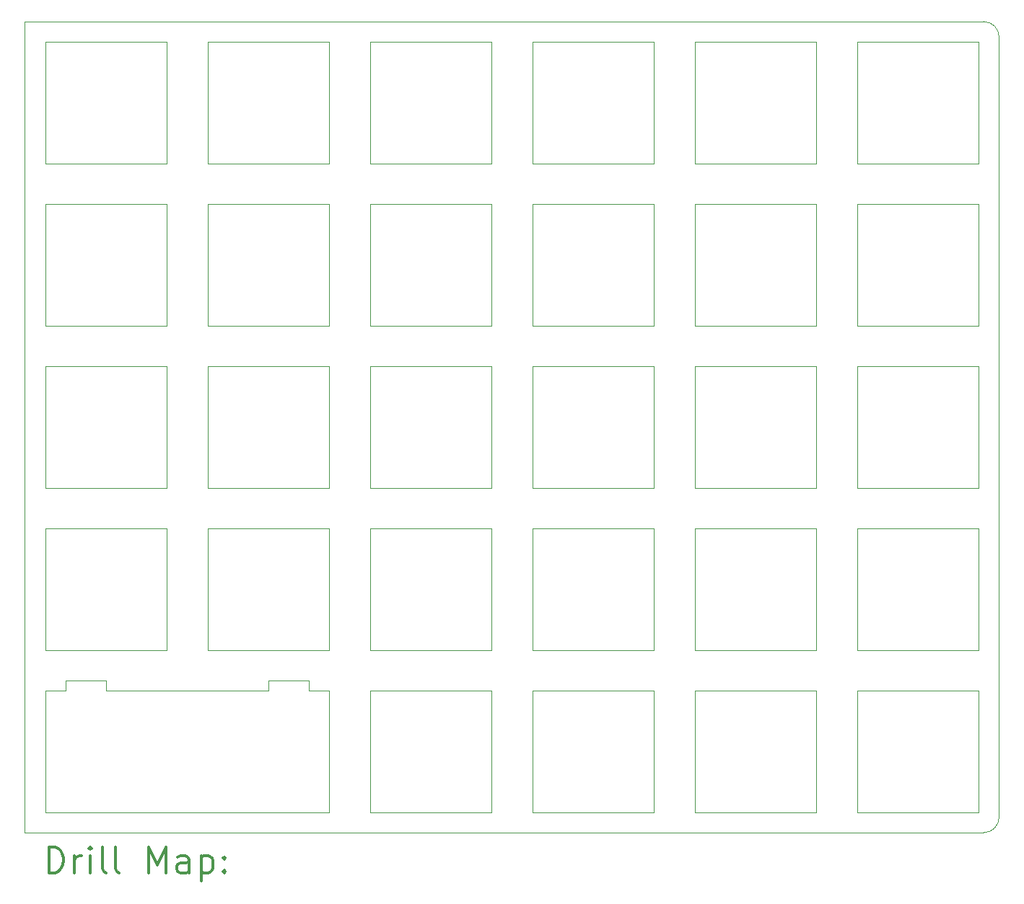
<source format=gbr>
%FSLAX45Y45*%
G04 Gerber Fmt 4.5, Leading zero omitted, Abs format (unit mm)*
G04 Created by KiCad (PCBNEW 5.1.10-88a1d61d58~90~ubuntu21.04.1) date 2021-08-14 22:31:23*
%MOMM*%
%LPD*%
G01*
G04 APERTURE LIST*
%TA.AperFunction,Profile*%
%ADD10C,0.100000*%
%TD*%
%ADD11C,0.200000*%
%ADD12C,0.300000*%
G04 APERTURE END LIST*
D10*
X10239384Y-14525637D02*
X21490799Y-14525637D01*
X10239384Y-5000629D02*
X10239384Y-14525637D01*
X21490799Y-5000629D02*
X10239384Y-5000629D01*
X10477500Y-14287500D02*
X10477500Y-12858750D01*
X13811250Y-14287500D02*
X13811250Y-12858750D01*
X13573136Y-12858761D02*
X13573136Y-12739698D01*
X10715634Y-12739698D02*
X10715634Y-12858761D01*
X13096886Y-12739698D02*
X13096886Y-12858761D01*
X13573136Y-12858761D02*
X13811262Y-12858761D01*
X11191884Y-12739698D02*
X10715634Y-12739698D01*
X10477500Y-12858750D02*
X10715634Y-12858761D01*
X13811250Y-14287500D02*
X10477500Y-14287500D01*
X14287500Y-12858750D02*
X14287500Y-14287500D01*
X17621250Y-14287500D02*
X16192500Y-14287500D01*
X11191884Y-12858761D02*
X11191884Y-12739698D01*
X13573136Y-12739698D02*
X13096886Y-12739698D01*
X18097500Y-12858750D02*
X19526250Y-12858750D01*
X17621250Y-12858750D02*
X17621250Y-14287500D01*
X15716250Y-12858750D02*
X14287500Y-12858750D01*
X16192500Y-12858750D02*
X17621250Y-12858750D01*
X20002500Y-14287500D02*
X20002500Y-12858750D01*
X18097500Y-14287500D02*
X18097500Y-12858750D01*
X19526250Y-14287500D02*
X18097500Y-14287500D01*
X14287500Y-14287500D02*
X15716250Y-14287500D01*
X15716250Y-14287500D02*
X15716250Y-12858750D01*
X16192500Y-14287500D02*
X16192500Y-12858750D01*
X19526250Y-12858750D02*
X19526250Y-14287500D01*
X11191884Y-12858761D02*
X13096886Y-12858761D01*
X10477500Y-10477500D02*
X10477500Y-9048750D01*
X12382500Y-10477500D02*
X13811250Y-10477500D01*
X17621250Y-9048750D02*
X17621250Y-10477500D01*
X10477500Y-12382500D02*
X10477500Y-10953750D01*
X19526250Y-10953750D02*
X19526250Y-12382500D01*
X11906250Y-12382500D02*
X10477500Y-12382500D01*
X10477500Y-10953750D02*
X11906250Y-10953750D01*
X15716250Y-12382500D02*
X15716250Y-10953750D01*
X15716250Y-10953750D02*
X14287500Y-10953750D01*
X12382500Y-12382500D02*
X13811250Y-12382500D01*
X13811250Y-12382500D02*
X13811250Y-10953750D01*
X18097500Y-12382500D02*
X18097500Y-10953750D01*
X16192500Y-12382500D02*
X16192500Y-10953750D01*
X14287500Y-12382500D02*
X15716250Y-12382500D01*
X17621250Y-12382500D02*
X16192500Y-12382500D01*
X11906250Y-10953750D02*
X11906250Y-12382500D01*
X17621250Y-10953750D02*
X17621250Y-12382500D01*
X14287500Y-10953750D02*
X14287500Y-12382500D01*
X12382500Y-10953750D02*
X12382500Y-12382500D01*
X16192500Y-10953750D02*
X17621250Y-10953750D01*
X18097500Y-10953750D02*
X19526250Y-10953750D01*
X19526250Y-12382500D02*
X18097500Y-12382500D01*
X13811250Y-10953750D02*
X12382500Y-10953750D01*
X20002500Y-12382500D02*
X20002500Y-10953750D01*
X11906250Y-10477500D02*
X10477500Y-10477500D01*
X16192500Y-10477500D02*
X16192500Y-9048750D01*
X10477500Y-9048750D02*
X11906250Y-9048750D01*
X18097500Y-9048750D02*
X19526250Y-9048750D01*
X12382500Y-9048750D02*
X12382500Y-10477500D01*
X15716250Y-9048750D02*
X14287500Y-9048750D01*
X14287500Y-9048750D02*
X14287500Y-10477500D01*
X15716250Y-10477500D02*
X15716250Y-9048750D01*
X13811250Y-10477500D02*
X13811250Y-9048750D01*
X14287500Y-10477500D02*
X15716250Y-10477500D01*
X20002500Y-10477500D02*
X20002500Y-9048750D01*
X19526250Y-9048750D02*
X19526250Y-10477500D01*
X11906250Y-8572500D02*
X10477500Y-8572500D01*
X10477500Y-7143750D02*
X11906250Y-7143750D01*
X16192500Y-8572500D02*
X16192500Y-7143750D01*
X19526250Y-7143750D02*
X19526250Y-8572500D01*
X20002500Y-8572500D02*
X20002500Y-7143750D01*
X12382500Y-7143750D02*
X12382500Y-8572500D01*
X20002500Y-6667500D02*
X20002500Y-5238750D01*
X18097500Y-6667500D02*
X18097500Y-5238750D01*
X19526250Y-6667500D02*
X18097500Y-6667500D01*
X19526250Y-5238750D02*
X19526250Y-6667500D01*
X18097500Y-5238750D02*
X19526250Y-5238750D01*
X16192500Y-6667500D02*
X16192500Y-5238750D01*
X17621250Y-6667500D02*
X16192500Y-6667500D01*
X17621250Y-5238750D02*
X17621250Y-6667500D01*
X16192500Y-5238750D02*
X17621250Y-5238750D01*
X15716250Y-5238750D02*
X14287500Y-5238750D01*
X15716250Y-6667500D02*
X15716250Y-5238750D01*
X14287500Y-6667500D02*
X15716250Y-6667500D01*
X14287500Y-5238750D02*
X14287500Y-6667500D01*
X13811250Y-5238750D02*
X12382500Y-5238750D01*
X13811250Y-6667500D02*
X13811250Y-5238750D01*
X12382500Y-6667500D02*
X13811250Y-6667500D01*
X12382500Y-5238750D02*
X12382500Y-6667500D01*
X10477500Y-6667500D02*
X10477500Y-5238750D01*
X11906250Y-6667500D02*
X10477500Y-6667500D01*
X11906250Y-5238750D02*
X11906250Y-6667500D01*
X10477500Y-5238750D02*
X11906250Y-5238750D01*
X18097500Y-10477500D02*
X18097500Y-9048750D01*
X17621250Y-10477500D02*
X16192500Y-10477500D01*
X19526250Y-10477500D02*
X18097500Y-10477500D01*
X16192500Y-9048750D02*
X17621250Y-9048750D01*
X13811250Y-9048750D02*
X12382500Y-9048750D01*
X11906250Y-9048750D02*
X11906250Y-10477500D01*
X12382500Y-8572500D02*
X13811250Y-8572500D01*
X15716250Y-8572500D02*
X15716250Y-7143750D01*
X14287500Y-7143750D02*
X14287500Y-8572500D01*
X14287500Y-8572500D02*
X15716250Y-8572500D01*
X10477500Y-8572500D02*
X10477500Y-7143750D01*
X17621250Y-7143750D02*
X17621250Y-8572500D01*
X15716250Y-7143750D02*
X14287500Y-7143750D01*
X18097500Y-7143750D02*
X19526250Y-7143750D01*
X13811250Y-8572500D02*
X13811250Y-7143750D01*
X13811250Y-7143750D02*
X12382500Y-7143750D01*
X11906250Y-7143750D02*
X11906250Y-8572500D01*
X19526250Y-8572500D02*
X18097500Y-8572500D01*
X16192500Y-7143750D02*
X17621250Y-7143750D01*
X18097500Y-8572500D02*
X18097500Y-7143750D01*
X17621250Y-8572500D02*
X16192500Y-8572500D01*
X20002500Y-9048750D02*
X21431250Y-9048750D01*
X21431250Y-9048750D02*
X21431250Y-10477500D01*
X21431250Y-10477500D02*
X20002500Y-10477509D01*
X21431250Y-7143750D02*
X21431250Y-8572500D01*
X21431250Y-8572500D02*
X20002500Y-8572500D01*
X21431250Y-6667500D02*
X20002500Y-6667500D01*
X21431250Y-5238750D02*
X21431250Y-6667500D01*
X20002500Y-5238750D02*
X21431250Y-5238750D01*
X20002500Y-7143750D02*
X21431250Y-7143750D01*
X21431250Y-14287500D02*
X20002500Y-14287500D01*
X20002500Y-12858750D02*
X21431250Y-12858750D01*
X21431250Y-12858750D02*
X21431250Y-14287500D01*
X20002500Y-10953750D02*
X21431250Y-10953750D01*
X21431250Y-12382500D02*
X20002500Y-12382500D01*
X21431250Y-10953750D02*
X21431250Y-12382500D01*
X21669393Y-5179223D02*
X21669393Y-14347043D01*
X21669393Y-14347043D02*
G75*
G02*
X21490799Y-14525637I-178594J0D01*
G01*
X21490799Y-5000629D02*
G75*
G02*
X21669393Y-5179223I0J-178594D01*
G01*
D11*
D12*
X10520812Y-14996351D02*
X10520812Y-14696351D01*
X10592241Y-14696351D01*
X10635098Y-14710637D01*
X10663669Y-14739209D01*
X10677955Y-14767780D01*
X10692241Y-14824923D01*
X10692241Y-14867780D01*
X10677955Y-14924923D01*
X10663669Y-14953494D01*
X10635098Y-14982066D01*
X10592241Y-14996351D01*
X10520812Y-14996351D01*
X10820812Y-14996351D02*
X10820812Y-14796351D01*
X10820812Y-14853494D02*
X10835098Y-14824923D01*
X10849384Y-14810637D01*
X10877955Y-14796351D01*
X10906526Y-14796351D01*
X11006526Y-14996351D02*
X11006526Y-14796351D01*
X11006526Y-14696351D02*
X10992241Y-14710637D01*
X11006526Y-14724923D01*
X11020812Y-14710637D01*
X11006526Y-14696351D01*
X11006526Y-14724923D01*
X11192241Y-14996351D02*
X11163669Y-14982066D01*
X11149384Y-14953494D01*
X11149384Y-14696351D01*
X11349383Y-14996351D02*
X11320812Y-14982066D01*
X11306526Y-14953494D01*
X11306526Y-14696351D01*
X11692241Y-14996351D02*
X11692241Y-14696351D01*
X11792241Y-14910637D01*
X11892241Y-14696351D01*
X11892241Y-14996351D01*
X12163669Y-14996351D02*
X12163669Y-14839209D01*
X12149383Y-14810637D01*
X12120812Y-14796351D01*
X12063669Y-14796351D01*
X12035098Y-14810637D01*
X12163669Y-14982066D02*
X12135098Y-14996351D01*
X12063669Y-14996351D01*
X12035098Y-14982066D01*
X12020812Y-14953494D01*
X12020812Y-14924923D01*
X12035098Y-14896351D01*
X12063669Y-14882066D01*
X12135098Y-14882066D01*
X12163669Y-14867780D01*
X12306526Y-14796351D02*
X12306526Y-15096351D01*
X12306526Y-14810637D02*
X12335098Y-14796351D01*
X12392241Y-14796351D01*
X12420812Y-14810637D01*
X12435098Y-14824923D01*
X12449383Y-14853494D01*
X12449383Y-14939209D01*
X12435098Y-14967780D01*
X12420812Y-14982066D01*
X12392241Y-14996351D01*
X12335098Y-14996351D01*
X12306526Y-14982066D01*
X12577955Y-14967780D02*
X12592241Y-14982066D01*
X12577955Y-14996351D01*
X12563669Y-14982066D01*
X12577955Y-14967780D01*
X12577955Y-14996351D01*
X12577955Y-14810637D02*
X12592241Y-14824923D01*
X12577955Y-14839209D01*
X12563669Y-14824923D01*
X12577955Y-14810637D01*
X12577955Y-14839209D01*
M02*

</source>
